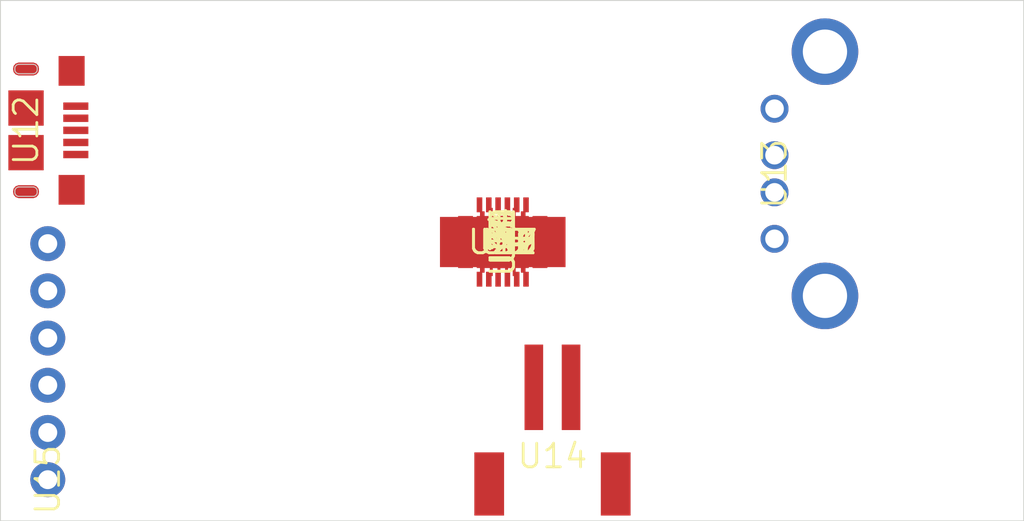
<source format=kicad_pcb>
 ( kicad_pcb  ( version 20171130 )
 ( host pcbnew "(5.1.4-0-10_14)" )
 ( general  ( thickness 1.6 )
 ( drawings 4 )
 ( tracks 0 )
 ( zones 0 )
 ( modules 34 )
 ( nets 39 )
)
 ( page A4 )
 ( layers  ( 0 Top signal )
 ( 31 Bottom signal )
 ( 32 B.Adhes user )
 ( 33 F.Adhes user )
 ( 34 B.Paste user )
 ( 35 F.Paste user )
 ( 36 B.SilkS user )
 ( 37 F.SilkS user )
 ( 38 B.Mask user )
 ( 39 F.Mask user )
 ( 40 Dwgs.User user )
 ( 41 Cmts.User user )
 ( 42 Eco1.User user )
 ( 43 Eco2.User user )
 ( 44 Edge.Cuts user )
 ( 45 Margin user )
 ( 46 B.CrtYd user )
 ( 47 F.CrtYd user )
 ( 48 B.Fab user )
 ( 49 F.Fab user )
)
 ( setup  ( last_trace_width 0.2 )
 ( trace_clearance 0.127 )
 ( zone_clearance 0.508 )
 ( zone_45_only no )
 ( trace_min 0.1524 )
 ( via_size 0.6 )
 ( via_drill 0.254 )
 ( via_min_size 0.4 )
 ( via_min_drill 0.254 )
 ( uvia_size 0.3 )
 ( uvia_drill 0.1 )
 ( uvias_allowed yes )
 ( uvia_min_size 0.2 )
 ( uvia_min_drill 0.1 )
 ( edge_width 0.05 )
 ( segment_width 0.2 )
 ( pcb_text_width 0.3 )
 ( pcb_text_size 1.5 1.5 )
 ( mod_edge_width 0.12 )
 ( mod_text_size 1 1 )
 ( mod_text_width 0.15 )
 ( pad_size 1.524 1.524 )
 ( pad_drill 0.762 )
 ( pad_to_mask_clearance 0.051 )
 ( solder_mask_min_width 0.25 )
 ( aux_axis_origin 0 0 )
 ( visible_elements 7FFFFFFF )
 ( pcbplotparams  ( layerselection 0x010fc_ffffffff )
 ( usegerberextensions false )
 ( usegerberattributes false )
 ( usegerberadvancedattributes false )
 ( creategerberjobfile false )
 ( excludeedgelayer true )
 ( linewidth 0.100000 )
 ( plotframeref false )
 ( viasonmask false )
 ( mode 1 )
 ( useauxorigin false )
 ( hpglpennumber 1 )
 ( hpglpenspeed 20 )
 ( hpglpendiameter 15.000000 )
 ( psnegative false )
 ( psa4output false )
 ( plotreference true )
 ( plotvalue true )
 ( plotinvisibletext false )
 ( padsonsilk false )
 ( subtractmaskfromsilk false )
 ( outputformat 1 )
 ( mirror false )
 ( drillshape 1 )
 ( scaleselection 1 )
 ( outputdirectory "" )
)
)
 ( net 0 "" )
 ( net 1 GND )
 ( net 2 3.3V )
 ( net 3 5V )
 ( net 4 "Net-(IC1-Pad24)" )
 ( net 5 "Net-(C4-Pad1)" )
 ( net 6 /REG )
 ( net 7 "Net-(C3-Pad2)" )
 ( net 8 "Net-(C3-Pad1)" )
 ( net 9 /VBAT_MAIN )
 ( net 10 /VBAT_CELL )
 ( net 11 "Net-(IC1-Pad12)" )
 ( net 12 "Net-(IC1-Pad11)" )
 ( net 13 "Net-(IC1-Pad10)" )
 ( net 14 "Net-(IC1-Pad9)" )
 ( net 15 /CHG_INT )
 ( net 16 /SDA )
 ( net 17 /SCL )
 ( net 18 "Net-(IC1-Pad4)" )
 ( net 19 "Net-(IC1-Pad3)" )
 ( net 20 "Net-(IC1-Pad2)" )
 ( net 21 "Net-(IC1-Pad1)" )
 ( net 22 /FUEL_INT )
 ( net 23 "Net-(IC2-Pad11)" )
 ( net 24 "Net-(IC2-Pad10)" )
 ( net 25 "Net-(IC2-Pad9)" )
 ( net 26 "Net-(IC2-Pad6)" )
 ( net 27 "Net-(C10-Pad1)" )
 ( net 28 "Net-(IC2-Pad4)" )
 ( net 29 "Net-(J1-PadID)" )
 ( net 30 "Net-(J2-Pad3)" )
 ( net 31 "Net-(J2-Pad2)" )
 ( net 32 "Net-(J3-PadNC2)" )
 ( net 33 "Net-(J3-PadNC1)" )
 ( net 34 "Net-(D2-PadC)" )
 ( net 35 "Net-(IC3-Pad8)" )
 ( net 36 "Net-(C7-Pad1)" )
 ( net 37 "Net-(IC3-Pad5)" )
 ( net 38 "Net-(IC3-Pad1)" )
 ( net_class Default "This is the default net class."  ( clearance 0.127 )
 ( trace_width 0.2 )
 ( via_dia 0.6 )
 ( via_drill 0.254 )
 ( uvia_dia 0.3 )
 ( uvia_drill 0.1 )
 ( add_net /CHG_INT )
 ( add_net /FUEL_INT )
 ( add_net /REG )
 ( add_net /SCL )
 ( add_net /SDA )
 ( add_net 3.3V )
 ( add_net GND )
 ( add_net "Net-(C10-Pad1)" )
 ( add_net "Net-(C3-Pad1)" )
 ( add_net "Net-(C3-Pad2)" )
 ( add_net "Net-(C4-Pad1)" )
 ( add_net "Net-(C7-Pad1)" )
 ( add_net "Net-(D2-PadC)" )
 ( add_net "Net-(IC1-Pad10)" )
 ( add_net "Net-(IC1-Pad11)" )
 ( add_net "Net-(IC1-Pad12)" )
 ( add_net "Net-(IC1-Pad2)" )
 ( add_net "Net-(IC1-Pad24)" )
 ( add_net "Net-(IC1-Pad3)" )
 ( add_net "Net-(IC1-Pad4)" )
 ( add_net "Net-(IC1-Pad9)" )
 ( add_net "Net-(IC2-Pad10)" )
 ( add_net "Net-(IC2-Pad11)" )
 ( add_net "Net-(IC2-Pad4)" )
 ( add_net "Net-(IC2-Pad9)" )
 ( add_net "Net-(IC3-Pad5)" )
 ( add_net "Net-(IC3-Pad8)" )
 ( add_net "Net-(J1-PadID)" )
 ( add_net "Net-(J2-Pad2)" )
 ( add_net "Net-(J2-Pad3)" )
 ( add_net "Net-(J3-PadNC1)" )
 ( add_net "Net-(J3-PadNC2)" )
)
 ( net_class Power ""  ( clearance 0.127 )
 ( trace_width 0.3048 )
 ( via_dia 0.6 )
 ( via_drill 0.254 )
 ( uvia_dia 0.3 )
 ( uvia_drill 0.1 )
 ( add_net /VBAT_CELL )
 ( add_net /VBAT_MAIN )
 ( add_net 5V )
 ( add_net "Net-(IC1-Pad1)" )
 ( add_net "Net-(IC2-Pad6)" )
 ( add_net "Net-(IC3-Pad1)" )
)
 ( module batteryCharger:JST-2-SMD locked  ( layer Top )
 ( tedit 5DCE038C )
 ( tstamp 5DC8CB2B )
 ( at 150.671200 114.247600 180.000000 )
 ( descr "<h3>JST-Right Angle Male Header SMT</h3>\n<p>Specifications:\n<ul><li>Pin count: 2</li>\n<li>Pin pitch: 2mm</li>\n</ul></p>\n<p><a href=”http://www.4uconnector.com/online/object/4udrawing/20404.pdf”>Datasheet referenced for footprint</a></p>\n<p>Example device(s):\n<ul><li>CONN_02</li>\n<li>JST_2MM_MALE</li>\n</ul></p>" )
 ( path /B665FDA9 )
 ( fp_text reference U14  ( at 0 -1.27 180 )
 ( layer F.SilkS )
 ( effects  ( font  ( size 1.27 1.27 )
 ( thickness 0.15 )
)
)
)
 ( fp_text value ""  ( at 0 -1.27 180 )
 ( layer F.SilkS )
 ( effects  ( font  ( size 1.27 1.27 )
 ( thickness 0.15 )
)
)
)
 ( fp_poly  ( pts  ( xy -4.5 -4.37 )
 ( xy 4.4 -4.37 )
 ( xy 4.4 3.33 )
 ( xy -4.5 3.33 )
)
 ( layer F.CrtYd )
 ( width 0.1 )
)
 ( pad NC2 smd rect  ( at 3.4 -2.77 270.000000 )
 ( size 3.4 1.6 )
 ( layers Top F.Mask F.Paste )
 ( net 32 "Net-(J3-PadNC2)" )
 ( solder_mask_margin 0.0635 )
)
 ( pad NC1 smd rect  ( at -3.4 -2.77 270.000000 )
 ( size 3.4 1.6 )
 ( layers Top F.Mask F.Paste )
 ( net 33 "Net-(J3-PadNC1)" )
 ( solder_mask_margin 0.0635 )
)
 ( pad 2 smd rect  ( at 1 2.43 180.000000 )
 ( size 1 4.6 )
 ( layers Top F.Mask F.Paste )
 ( net 26 "Net-(IC2-Pad6)" )
 ( solder_mask_margin 0.0635 )
)
 ( pad 1 smd rect  ( at -1 2.43 180.000000 )
 ( size 1 4.6 )
 ( layers Top F.Mask F.Paste )
 ( net 1 GND )
 ( solder_mask_margin 0.0635 )
)
)
 ( module batteryCharger:UE27AC54100 locked  ( layer Top )
 ( tedit 5DCE0580 )
 ( tstamp 5DC8CB18 )
 ( at 168.959200 100.328400 90.000000 )
 ( descr "<b>UE27AC54100</b><br>\n" )
 ( path /C3E76336 )
 ( fp_text reference U13  ( at 0 -6.35 90 )
 ( layer F.SilkS )
 ( effects  ( font  ( size 1.27 1.27 )
 ( thickness 0.15 )
)
)
)
 ( fp_text value ""  ( at 0 -6.35 90 )
 ( layer F.SilkS )
 ( effects  ( font  ( size 1.27 1.27 )
 ( thickness 0.15 )
)
)
)
 ( fp_poly  ( pts  ( xy -6.6 -7.25 )
 ( xy 6.6 -7.25 )
 ( xy 6.6 6.75 )
 ( xy -6.6 6.75 )
 ( xy -6.6 -7.15 )
)
 ( layer F.CrtYd )
 ( width 0.1 )
)
 ( pad 6 thru_hole circle  ( at 6.57 -3.64 90.000000 )
 ( size 3.58 3.58 )
 ( drill 2.38 )
 ( layers *.Cu *.Mask )
 ( net 1 GND )
 ( solder_mask_margin 0.0635 )
)
 ( pad 5 thru_hole circle  ( at -6.57 -3.64 90.000000 )
 ( size 3.58 3.58 )
 ( drill 2.38 )
 ( layers *.Cu *.Mask )
 ( net 1 GND )
 ( solder_mask_margin 0.0635 )
)
 ( pad 4 thru_hole circle  ( at 3.5 -6.35 90.000000 )
 ( size 1.5 1.5 )
 ( drill 1 )
 ( layers *.Cu *.Mask )
 ( net 1 GND )
 ( solder_mask_margin 0.0635 )
)
 ( pad 3 thru_hole circle  ( at 1 -6.35 90.000000 )
 ( size 1.5 1.5 )
 ( drill 1 )
 ( layers *.Cu *.Mask )
 ( net 30 "Net-(J2-Pad3)" )
 ( solder_mask_margin 0.0635 )
)
 ( pad 2 thru_hole circle  ( at -1 -6.35 90.000000 )
 ( size 1.5 1.5 )
 ( drill 1 )
 ( layers *.Cu *.Mask )
 ( net 31 "Net-(J2-Pad2)" )
 ( solder_mask_margin 0.0635 )
)
 ( pad 1 thru_hole circle  ( at -3.5 -6.35 90.000000 )
 ( size 1.5 1.5 )
 ( drill 1 )
 ( layers *.Cu *.Mask )
 ( net 3 5V )
 ( solder_mask_margin 0.0635 )
)
)
 ( module batteryCharger:1X06 locked  ( layer Top )
 ( tedit 5DCDF9C7 )
 ( tstamp 5DC8CB3B )
 ( at 123.544000 110.437600 90.000000 )
 ( descr "<h3>Plated Through Hole - 6 Pin</h3>\n<p>Specifications:\n<ul><li>Pin count:6</li>\n<li>Pin pitch:0.1\"</li>\n</ul></p>\n<p>Example device(s):\n<ul><li>CONN_06</li>\n</ul></p>" )
 ( path /FA7CA15B )
 ( fp_text reference U15  ( at -6.35 0 90 )
 ( layer F.SilkS )
 ( effects  ( font  ( size 1.27 1.27 )
 ( thickness 0.15 )
)
)
)
 ( fp_text value ""  ( at -6.35 0 90 )
 ( layer F.SilkS )
 ( effects  ( font  ( size 1.27 1.27 )
 ( thickness 0.15 )
)
)
)
 ( fp_poly  ( pts  ( xy -7.35 -1 )
 ( xy 7.4 -1 )
 ( xy 7.4 1 )
 ( xy -7.35 1 )
)
 ( layer F.CrtYd )
 ( width 0.1 )
)
 ( fp_poly  ( pts  ( xy -7.35 -1 )
 ( xy 7.4 -1 )
 ( xy 7.4 1 )
 ( xy -7.35 1 )
)
 ( layer B.CrtYd )
 ( width 0.1 )
)
 ( pad 6 thru_hole circle  ( at 6.35 0 180.000000 )
 ( size 1.8796 1.8796 )
 ( drill 1.016 )
 ( layers *.Cu *.Mask )
 ( net 1 GND )
 ( solder_mask_margin 0.0635 )
)
 ( pad 5 thru_hole circle  ( at 3.81 0 180.000000 )
 ( size 1.8796 1.8796 )
 ( drill 1.016 )
 ( layers *.Cu *.Mask )
 ( net 2 3.3V )
 ( solder_mask_margin 0.0635 )
)
 ( pad 4 thru_hole circle  ( at 1.27 0 180.000000 )
 ( size 1.8796 1.8796 )
 ( drill 1.016 )
 ( layers *.Cu *.Mask )
 ( net 17 /SCL )
 ( solder_mask_margin 0.0635 )
)
 ( pad 3 thru_hole circle  ( at -1.27 0 180.000000 )
 ( size 1.8796 1.8796 )
 ( drill 1.016 )
 ( layers *.Cu *.Mask )
 ( net 16 /SDA )
 ( solder_mask_margin 0.0635 )
)
 ( pad 2 thru_hole circle  ( at -3.81 0 180.000000 )
 ( size 1.8796 1.8796 )
 ( drill 1.016 )
 ( layers *.Cu *.Mask )
 ( net 15 /CHG_INT )
 ( solder_mask_margin 0.0635 )
)
 ( pad 1 thru_hole circle  ( at -6.35 0 180.000000 )
 ( size 1.8796 1.8796 )
 ( drill 1.016 )
 ( layers *.Cu *.Mask )
 ( net 22 /FUEL_INT )
 ( solder_mask_margin 0.0635 )
)
)
 ( module batteryCharger:10118193-0001LF locked  ( layer Top )
 ( tedit 5DCDFC4E )
 ( tstamp 5DC8CAF9 )
 ( at 123.645600 97.991600 270.000000 )
 ( path /449C7C68 )
 ( fp_text reference U12  ( at 0 1.27 270 )
 ( layer F.SilkS )
 ( effects  ( font  ( size 1.27 1.27 )
 ( thickness 0.15 )
)
)
)
 ( fp_text value ""  ( at 0 1.27 270 )
 ( layer F.SilkS )
 ( effects  ( font  ( size 1.27 1.27 )
 ( thickness 0.15 )
)
)
)
 ( fp_poly  ( pts  ( xy -4.25 -2.23 )
 ( xy 4.25 -2.23 )
 ( xy 4.25 2.27 )
 ( xy -4.25 2.27 )
)
 ( layer F.CrtYd )
 ( width 0.1 )
)
 ( fp_poly  ( pts  ( xy 2.9 0.87 )
 ( xy 2.9 1.72 )
 ( xy 2.945776 1.850133 )
 ( xy 3.037868 1.952843 )
 ( xy 3.3 2.02 )
 ( xy 3.445409 2.001022 )
 ( xy 3.572487 1.927843 )
 ( xy 3.7 1.67 )
 ( xy 3.7 0.82 )
 ( xy 3.654224 0.689867 )
 ( xy 3.562132 0.587157 )
 ( xy 3.3 0.52 )
 ( xy 3.154591 0.538978 )
 ( xy 3.027513 0.612157 )
)
 ( layer F.Mask )
 ( width 0 )
)
 ( fp_poly  ( pts  ( xy -3.7 0.82 )
 ( xy -3.7 1.67 )
 ( xy -3.661888 1.811603 )
 ( xy -3.572487 1.927843 )
 ( xy -3.3 2.02 )
 ( xy -3.162255 2.012492 )
 ( xy -3.037868 1.952843 )
 ( xy -2.945776 1.850133 )
 ( xy -2.9 1.72 )
 ( xy -2.9 0.87 )
 ( xy -2.938112 0.728397 )
 ( xy -3.027513 0.612157 )
 ( xy -3.3 0.52 )
 ( xy -3.437745 0.527508 )
 ( xy -3.562132 0.587157 )
)
 ( layer F.Mask )
 ( width 0 )
)
 ( fp_poly  ( pts  ( xy 2.95 0.87 )
 ( xy 2.95 1.67 )
 ( xy 3.006042 1.829151 )
 ( xy 3.134151 1.938958 )
 ( xy 3.3 1.97 )
 ( xy 3.465849 1.938958 )
 ( xy 3.593958 1.829151 )
 ( xy 3.65 1.67 )
 ( xy 3.65 0.87 )
 ( xy 3.593958 0.710849 )
 ( xy 3.465849 0.601042 )
 ( xy 3.3 0.57 )
 ( xy 3.134151 0.601042 )
 ( xy 3.006042 0.710849 )
)
 ( layer F.Paste )
 ( width 0 )
)
 ( fp_poly  ( pts  ( xy -3.65 0.87 )
 ( xy -3.65 1.67 )
 ( xy -3.593958 1.829151 )
 ( xy -3.465849 1.938958 )
 ( xy -3.3 1.97 )
 ( xy -3.134151 1.938958 )
 ( xy -3.006042 1.829151 )
 ( xy -2.95 1.67 )
 ( xy -2.95 0.87 )
 ( xy -3.006042 0.710849 )
 ( xy -3.134151 0.601042 )
 ( xy -3.3 0.57 )
 ( xy -3.465849 0.601042 )
 ( xy -3.593958 0.710849 )
)
 ( layer F.Paste )
 ( width 0 )
)
 ( fp_arc  ( start 3.275 0.895 )
 ( end 3.05 0.87 )
 ( angle 90 )
 ( layer Edge.Cuts )
 ( width 0.05 )
)
 ( fp_line  ( start 3.05 1.67 )
 ( end 3.05 0.87 )
 ( layer Edge.Cuts )
 ( width 0.05 )
)
 ( fp_arc  ( start 3.275 1.645 )
 ( end 3.3 1.87 )
 ( angle 90 )
 ( layer Edge.Cuts )
 ( width 0.05 )
)
 ( fp_arc  ( start 3.325 1.645 )
 ( end 3.55 1.67 )
 ( angle 90 )
 ( layer Edge.Cuts )
 ( width 0.05 )
)
 ( fp_line  ( start 3.55 0.87 )
 ( end 3.55 1.67 )
 ( layer Edge.Cuts )
 ( width 0.05 )
)
 ( fp_arc  ( start 3.325 0.895 )
 ( end 3.3 0.67 )
 ( angle 90 )
 ( layer Edge.Cuts )
 ( width 0.05 )
)
 ( fp_poly  ( pts  ( xy 2.95 0.87 )
 ( xy 2.95 1.67 )
 ( xy 3.006042 1.829151 )
 ( xy 3.134151 1.938958 )
 ( xy 3.3 1.97 )
 ( xy 3.465849 1.938958 )
 ( xy 3.593958 1.829151 )
 ( xy 3.65 1.67 )
 ( xy 3.65 0.87 )
 ( xy 3.593958 0.710849 )
 ( xy 3.465849 0.601042 )
 ( xy 3.3 0.57 )
 ( xy 3.134151 0.601042 )
 ( xy 3.006042 0.710849 )
)
 ( layer Top )
 ( width 0 )
)
 ( fp_arc  ( start -3.325 0.895 )
 ( end -3.55 0.87 )
 ( angle 90 )
 ( layer Edge.Cuts )
 ( width 0.05 )
)
 ( fp_line  ( start -3.55 1.67 )
 ( end -3.55 0.87 )
 ( layer Edge.Cuts )
 ( width 0.05 )
)
 ( fp_arc  ( start -3.325 1.645 )
 ( end -3.3 1.87 )
 ( angle 90 )
 ( layer Edge.Cuts )
 ( width 0.05 )
)
 ( fp_arc  ( start -3.275 1.645 )
 ( end -3.05 1.67 )
 ( angle 90 )
 ( layer Edge.Cuts )
 ( width 0.05 )
)
 ( fp_line  ( start -3.05 0.87 )
 ( end -3.05 1.67 )
 ( layer Edge.Cuts )
 ( width 0.05 )
)
 ( fp_arc  ( start -3.275 0.895 )
 ( end -3.3 0.67 )
 ( angle 90 )
 ( layer Edge.Cuts )
 ( width 0.05 )
)
 ( fp_poly  ( pts  ( xy -3.65 0.87 )
 ( xy -3.65 1.67 )
 ( xy -3.593958 1.829151 )
 ( xy -3.465849 1.938958 )
 ( xy -3.3 1.97 )
 ( xy -3.134151 1.938958 )
 ( xy -3.006042 1.829151 )
 ( xy -2.95 1.67 )
 ( xy -2.95 0.87 )
 ( xy -3.006042 0.710849 )
 ( xy -3.134151 0.601042 )
 ( xy -3.3 0.57 )
 ( xy -3.465849 0.601042 )
 ( xy -3.593958 0.710849 )
)
 ( layer Top )
 ( width 0 )
)
 ( pad SHIELD$4 smd rect  ( at 1.2 1.27 270.000000 )
 ( size 1.9 1.9 )
 ( layers Top F.Mask F.Paste )
 ( net 1 GND )
 ( solder_mask_margin 0.0635 )
)
 ( pad SHIELD$3 smd rect  ( at -1.2 1.27 270.000000 )
 ( size 1.9 1.9 )
 ( layers Top F.Mask F.Paste )
 ( net 1 GND )
 ( solder_mask_margin 0.0635 )
)
 ( pad GND smd rect  ( at 1.3 -1.405 270.000000 )
 ( size 0.4 1.35 )
 ( layers Top F.Mask F.Paste )
 ( net 1 GND )
 ( solder_mask_margin 0.0635 )
)
 ( pad VCC smd rect  ( at -1.3 -1.405 270.000000 )
 ( size 0.4 1.35 )
 ( layers Top F.Mask F.Paste )
 ( net 21 "Net-(IC1-Pad1)" )
 ( solder_mask_margin 0.0635 )
)
 ( pad D- smd rect  ( at -0.65 -1.405 270.000000 )
 ( size 0.4 1.35 )
 ( layers Top F.Mask F.Paste )
 ( net 19 "Net-(IC1-Pad3)" )
 ( solder_mask_margin 0.0635 )
)
 ( pad ID smd rect  ( at 0.65 -1.405 270.000000 )
 ( size 0.4 1.35 )
 ( layers Top F.Mask F.Paste )
 ( net 29 "Net-(J1-PadID)" )
 ( solder_mask_margin 0.0635 )
)
 ( pad D+ smd rect  ( at 0 -1.405 270.000000 )
 ( size 0.4 1.35 )
 ( layers Top F.Mask F.Paste )
 ( net 20 "Net-(IC1-Pad2)" )
 ( solder_mask_margin 0.0635 )
)
 ( pad SHIELD$2 smd rect  ( at 3.2 -1.18 270.000000 )
 ( size 1.6 1.4 )
 ( layers Top F.Mask F.Paste )
 ( net 1 GND )
 ( solder_mask_margin 0.0635 )
)
 ( pad SHIELD$1 smd rect  ( at -3.2 -1.18 270.000000 )
 ( size 1.6 1.4 )
 ( layers Top F.Mask F.Paste )
 ( net 1 GND )
 ( solder_mask_margin 0.0635 )
)
)
 ( module batteryCharger:0603  ( layer Top )
 ( tedit 5DCDFB95 )
 ( tstamp 5DC8CC28 )
 ( at 148.000000 104.000000 90.000000 )
 ( descr "<p><b>Generic 1608 (0603) package</b></p>\n<p>0.2mm courtyard excess rounded to nearest 0.05mm.</p>" )
 ( path /831A5F64 )
 ( fp_text reference U1  ( at 0 0 90 )
 ( layer F.SilkS )
 ( effects  ( font  ( size 1.27 1.27 )
 ( thickness 0.15 )
)
)
)
 ( fp_text value ""  ( at 0 0 90 )
 ( layer F.SilkS )
 ( effects  ( font  ( size 1.27 1.27 )
 ( thickness 0.15 )
)
)
)
 ( fp_poly  ( pts  ( xy -1.6 -0.7 )
 ( xy 1.6 -0.7 )
 ( xy 1.6 0.7 )
 ( xy -1.6 0.7 )
)
 ( layer F.CrtYd )
 ( width 0.1 )
)
 ( pad 2 smd rect  ( at 0.85 0 90.000000 )
 ( size 1.1 1 )
 ( layers Top F.Mask F.Paste )
 ( net 1 GND )
 ( solder_mask_margin 0.0635 )
)
 ( pad 1 smd rect  ( at -0.85 0 90.000000 )
 ( size 1.1 1 )
 ( layers Top F.Mask F.Paste )
 ( net 5 "Net-(C4-Pad1)" )
 ( solder_mask_margin 0.0635 )
)
)
 ( module batteryCharger:0603  ( layer Top )
 ( tedit 5DCDFB95 )
 ( tstamp 5DC8CA29 )
 ( at 148.000000 104.000000 90.000000 )
 ( descr "<p><b>Generic 1608 (0603) package</b></p>\n<p>0.2mm courtyard excess rounded to nearest 0.05mm.</p>" )
 ( path /2CB5EB77 )
 ( fp_text reference U2  ( at 0 0 90 )
 ( layer F.SilkS )
 ( effects  ( font  ( size 1.27 1.27 )
 ( thickness 0.15 )
)
)
)
 ( fp_text value ""  ( at 0 0 90 )
 ( layer F.SilkS )
 ( effects  ( font  ( size 1.27 1.27 )
 ( thickness 0.15 )
)
)
)
 ( fp_poly  ( pts  ( xy -1.6 -0.7 )
 ( xy 1.6 -0.7 )
 ( xy 1.6 0.7 )
 ( xy -1.6 0.7 )
)
 ( layer F.CrtYd )
 ( width 0.1 )
)
 ( pad 2 smd rect  ( at 0.85 0 90.000000 )
 ( size 1.1 1 )
 ( layers Top F.Mask F.Paste )
 ( net 1 GND )
 ( solder_mask_margin 0.0635 )
)
 ( pad 1 smd rect  ( at -0.85 0 90.000000 )
 ( size 1.1 1 )
 ( layers Top F.Mask F.Paste )
 ( net 3 5V )
 ( solder_mask_margin 0.0635 )
)
)
 ( module batteryCharger:0603  ( layer Top )
 ( tedit 5DCDFB95 )
 ( tstamp 5DC8CA37 )
 ( at 148.000000 104.000000 270.000000 )
 ( descr "<p><b>Generic 1608 (0603) package</b></p>\n<p>0.2mm courtyard excess rounded to nearest 0.05mm.</p>" )
 ( path /483159C7 )
 ( fp_text reference U3  ( at 0 0 270 )
 ( layer F.SilkS )
 ( effects  ( font  ( size 1.27 1.27 )
 ( thickness 0.15 )
)
)
)
 ( fp_text value ""  ( at 0 0 270 )
 ( layer F.SilkS )
 ( effects  ( font  ( size 1.27 1.27 )
 ( thickness 0.15 )
)
)
)
 ( fp_poly  ( pts  ( xy -1.6 -0.7 )
 ( xy 1.6 -0.7 )
 ( xy 1.6 0.7 )
 ( xy -1.6 0.7 )
)
 ( layer F.CrtYd )
 ( width 0.1 )
)
 ( pad 2 smd rect  ( at 0.85 0 270.000000 )
 ( size 1.1 1 )
 ( layers Top F.Mask F.Paste )
 ( net 1 GND )
 ( solder_mask_margin 0.0635 )
)
 ( pad 1 smd rect  ( at -0.85 0 270.000000 )
 ( size 1.1 1 )
 ( layers Top F.Mask F.Paste )
 ( net 9 /VBAT_MAIN )
 ( solder_mask_margin 0.0635 )
)
)
 ( module batteryCharger:0603  ( layer Top )
 ( tedit 5DCDFB95 )
 ( tstamp 5DC8CA45 )
 ( at 148.000000 104.000000 180.000000 )
 ( descr "<p><b>Generic 1608 (0603) package</b></p>\n<p>0.2mm courtyard excess rounded to nearest 0.05mm.</p>" )
 ( path /24FC589D )
 ( fp_text reference U4  ( at 0 0 180 )
 ( layer F.SilkS )
 ( effects  ( font  ( size 1.27 1.27 )
 ( thickness 0.15 )
)
)
)
 ( fp_text value ""  ( at 0 0 180 )
 ( layer F.SilkS )
 ( effects  ( font  ( size 1.27 1.27 )
 ( thickness 0.15 )
)
)
)
 ( fp_poly  ( pts  ( xy -1.6 -0.7 )
 ( xy 1.6 -0.7 )
 ( xy 1.6 0.7 )
 ( xy -1.6 0.7 )
)
 ( layer F.CrtYd )
 ( width 0.1 )
)
 ( pad 2 smd rect  ( at 0.85 0 180.000000 )
 ( size 1.1 1 )
 ( layers Top F.Mask F.Paste )
 ( net 7 "Net-(C3-Pad2)" )
 ( solder_mask_margin 0.0635 )
)
 ( pad 1 smd rect  ( at -0.85 0 180.000000 )
 ( size 1.1 1 )
 ( layers Top F.Mask F.Paste )
 ( net 8 "Net-(C3-Pad1)" )
 ( solder_mask_margin 0.0635 )
)
)
 ( module batteryCharger:0603  ( layer Top )
 ( tedit 5DCDFB95 )
 ( tstamp 5DC8CA53 )
 ( at 148.000000 104.000000 90.000000 )
 ( descr "<p><b>Generic 1608 (0603) package</b></p>\n<p>0.2mm courtyard excess rounded to nearest 0.05mm.</p>" )
 ( path /DAF477DA )
 ( fp_text reference U5  ( at 0 0 90 )
 ( layer F.SilkS )
 ( effects  ( font  ( size 1.27 1.27 )
 ( thickness 0.15 )
)
)
)
 ( fp_text value ""  ( at 0 0 90 )
 ( layer F.SilkS )
 ( effects  ( font  ( size 1.27 1.27 )
 ( thickness 0.15 )
)
)
)
 ( fp_poly  ( pts  ( xy -1.6 -0.7 )
 ( xy 1.6 -0.7 )
 ( xy 1.6 0.7 )
 ( xy -1.6 0.7 )
)
 ( layer F.CrtYd )
 ( width 0.1 )
)
 ( pad 2 smd rect  ( at 0.85 0 90.000000 )
 ( size 1.1 1 )
 ( layers Top F.Mask F.Paste )
 ( net 1 GND )
 ( solder_mask_margin 0.0635 )
)
 ( pad 1 smd rect  ( at -0.85 0 90.000000 )
 ( size 1.1 1 )
 ( layers Top F.Mask F.Paste )
 ( net 6 /REG )
 ( solder_mask_margin 0.0635 )
)
)
 ( module batteryCharger:0603  ( layer Top )
 ( tedit 5DCDFB95 )
 ( tstamp 5DC8CA61 )
 ( at 148.000000 104.000000 )
 ( descr "<p><b>Generic 1608 (0603) package</b></p>\n<p>0.2mm courtyard excess rounded to nearest 0.05mm.</p>" )
 ( path /2435BEF6 )
 ( fp_text reference U6  ( at 0 0 )
 ( layer F.SilkS )
 ( effects  ( font  ( size 1.27 1.27 )
 ( thickness 0.15 )
)
)
)
 ( fp_text value ""  ( at 0 0 )
 ( layer F.SilkS )
 ( effects  ( font  ( size 1.27 1.27 )
 ( thickness 0.15 )
)
)
)
 ( fp_poly  ( pts  ( xy -1.6 -0.7 )
 ( xy 1.6 -0.7 )
 ( xy 1.6 0.7 )
 ( xy -1.6 0.7 )
)
 ( layer F.CrtYd )
 ( width 0.1 )
)
 ( pad 2 smd rect  ( at 0.85 0 )
 ( size 1.1 1 )
 ( layers Top F.Mask F.Paste )
 ( net 1 GND )
 ( solder_mask_margin 0.0635 )
)
 ( pad 1 smd rect  ( at -0.85 0 )
 ( size 1.1 1 )
 ( layers Top F.Mask F.Paste )
 ( net 36 "Net-(C7-Pad1)" )
 ( solder_mask_margin 0.0635 )
)
)
 ( module batteryCharger:0603  ( layer Top )
 ( tedit 5DCDFB95 )
 ( tstamp 5DC8CA6F )
 ( at 148.000000 104.000000 270.000000 )
 ( descr "<p><b>Generic 1608 (0603) package</b></p>\n<p>0.2mm courtyard excess rounded to nearest 0.05mm.</p>" )
 ( path /EC6A4D83 )
 ( fp_text reference U7  ( at 0 0 270 )
 ( layer F.SilkS )
 ( effects  ( font  ( size 1.27 1.27 )
 ( thickness 0.15 )
)
)
)
 ( fp_text value ""  ( at 0 0 270 )
 ( layer F.SilkS )
 ( effects  ( font  ( size 1.27 1.27 )
 ( thickness 0.15 )
)
)
)
 ( fp_poly  ( pts  ( xy -1.6 -0.7 )
 ( xy 1.6 -0.7 )
 ( xy 1.6 0.7 )
 ( xy -1.6 0.7 )
)
 ( layer F.CrtYd )
 ( width 0.1 )
)
 ( pad 2 smd rect  ( at 0.85 0 270.000000 )
 ( size 1.1 1 )
 ( layers Top F.Mask F.Paste )
 ( net 1 GND )
 ( solder_mask_margin 0.0635 )
)
 ( pad 1 smd rect  ( at -0.85 0 270.000000 )
 ( size 1.1 1 )
 ( layers Top F.Mask F.Paste )
 ( net 10 /VBAT_CELL )
 ( solder_mask_margin 0.0635 )
)
)
 ( module batteryCharger:LED-0603  ( layer Top )
 ( tedit 5DCE041B )
 ( tstamp 5DC8CA7D )
 ( at 148.000000 104.000000 90.000000 )
 ( descr "<B>LED 0603 SMT</B><p>\n0603, surface mount.\n<p>Specifications:\n<ul><li>Pin count: 2</li>\n<li>Pin pitch:0.075inch </li>\n<li>Area: 0.06\" x 0.03\"</li>\n</ul></p>\n<p>Example device(s):\n<ul><li>LED - BLUE</li>" )
 ( path /8583A422 )
 ( fp_text reference U8  ( at 0 0 90 )
 ( layer F.SilkS )
 ( effects  ( font  ( size 1.27 1.27 )
 ( thickness 0.15 )
)
)
)
 ( fp_text value ""  ( at 0 0 90 )
 ( layer F.SilkS )
 ( effects  ( font  ( size 1.27 1.27 )
 ( thickness 0.15 )
)
)
)
 ( fp_poly  ( pts  ( xy -1.5 -0.6 )
 ( xy 1.5 -0.6 )
 ( xy 1.5 0.6 )
 ( xy -1.5 0.6 )
)
 ( layer F.CrtYd )
 ( width 0.1 )
)
 ( pad A smd roundrect  ( at -0.877 0 )
 ( size 1 1 )
 ( layers Top F.Mask F.Paste )
 ( roundrect_rratio 0.15 )
 ( net 9 /VBAT_MAIN )
 ( solder_mask_margin 0.0635 )
)
 ( pad C smd roundrect  ( at 0.877 0 )
 ( size 1 1 )
 ( layers Top F.Mask F.Paste )
 ( roundrect_rratio 0.15 )
 ( net 34 "Net-(D2-PadC)" )
 ( solder_mask_margin 0.0635 )
)
)
 ( module batteryCharger:QFN50P400X400X100-25N  ( layer Top )
 ( tedit 5DCE0483 )
 ( tstamp 5DC8CA87 )
 ( at 148.000000 104.000000 )
 ( descr "<b>RGE (S-PVQFN-N24)_2</b><br>\n" )
 ( path /22F7723E )
 ( fp_text reference U9  ( at 0 0 )
 ( layer F.SilkS )
 ( effects  ( font  ( size 1.27 1.27 )
 ( thickness 0.15 )
)
)
)
 ( fp_text value ""  ( at 0 0 )
 ( layer F.SilkS )
 ( effects  ( font  ( size 1.27 1.27 )
 ( thickness 0.15 )
)
)
)
 ( fp_poly  ( pts  ( xy -2.6 -2.5 )
 ( xy 2.6 -2.5 )
 ( xy 2.6 2.5 )
 ( xy -2.6 2.5 )
)
 ( layer F.CrtYd )
 ( width 0.1 )
)
 ( pad 25 smd rect  ( at 0 0 90.000000 )
 ( size 2.8 2.8 )
 ( layers Top F.Mask F.Paste )
 ( net 1 GND )
 ( solder_mask_margin 0.0635 )
)
 ( pad 24 smd rect  ( at -1.25 -2 90.000000 )
 ( size 0.8 0.3 )
 ( layers Top F.Mask F.Paste )
 ( net 4 "Net-(IC1-Pad24)" )
 ( solder_mask_margin 0.0635 )
)
 ( pad 23 smd rect  ( at -0.75 -2 90.000000 )
 ( size 0.8 0.3 )
 ( layers Top F.Mask F.Paste )
 ( net 5 "Net-(C4-Pad1)" )
 ( solder_mask_margin 0.0635 )
)
 ( pad 22 smd rect  ( at -0.25 -2 90.000000 )
 ( size 0.8 0.3 )
 ( layers Top F.Mask F.Paste )
 ( net 6 /REG )
 ( solder_mask_margin 0.0635 )
)
 ( pad 21 smd rect  ( at 0.25 -2 90.000000 )
 ( size 0.8 0.3 )
 ( layers Top F.Mask F.Paste )
 ( net 7 "Net-(C3-Pad2)" )
 ( solder_mask_margin 0.0635 )
)
 ( pad 20 smd rect  ( at 0.75 -2 90.000000 )
 ( size 0.8 0.3 )
 ( layers Top F.Mask F.Paste )
 ( net 8 "Net-(C3-Pad1)" )
 ( solder_mask_margin 0.0635 )
)
 ( pad 19 smd rect  ( at 1.25 -2 90.000000 )
 ( size 0.8 0.3 )
 ( layers Top F.Mask F.Paste )
 ( net 8 "Net-(C3-Pad1)" )
 ( solder_mask_margin 0.0635 )
)
 ( pad 18 smd rect  ( at 2 -1.25 )
 ( size 0.8 0.3 )
 ( layers Top F.Mask F.Paste )
 ( net 1 GND )
 ( solder_mask_margin 0.0635 )
)
 ( pad 17 smd rect  ( at 2 -0.75 )
 ( size 0.8 0.3 )
 ( layers Top F.Mask F.Paste )
 ( net 1 GND )
 ( solder_mask_margin 0.0635 )
)
 ( pad 16 smd rect  ( at 2 -0.25 )
 ( size 0.8 0.3 )
 ( layers Top F.Mask F.Paste )
 ( net 9 /VBAT_MAIN )
 ( solder_mask_margin 0.0635 )
)
 ( pad 15 smd rect  ( at 2 0.25 )
 ( size 0.8 0.3 )
 ( layers Top F.Mask F.Paste )
 ( net 9 /VBAT_MAIN )
 ( solder_mask_margin 0.0635 )
)
 ( pad 14 smd rect  ( at 2 0.75 )
 ( size 0.8 0.3 )
 ( layers Top F.Mask F.Paste )
 ( net 10 /VBAT_CELL )
 ( solder_mask_margin 0.0635 )
)
 ( pad 13 smd rect  ( at 2 1.25 )
 ( size 0.8 0.3 )
 ( layers Top F.Mask F.Paste )
 ( net 10 /VBAT_CELL )
 ( solder_mask_margin 0.0635 )
)
 ( pad 12 smd rect  ( at 1.25 2 90.000000 )
 ( size 0.8 0.3 )
 ( layers Top F.Mask F.Paste )
 ( net 11 "Net-(IC1-Pad12)" )
 ( solder_mask_margin 0.0635 )
)
 ( pad 11 smd rect  ( at 0.75 2 90.000000 )
 ( size 0.8 0.3 )
 ( layers Top F.Mask F.Paste )
 ( net 12 "Net-(IC1-Pad11)" )
 ( solder_mask_margin 0.0635 )
)
 ( pad 10 smd rect  ( at 0.25 2 90.000000 )
 ( size 0.8 0.3 )
 ( layers Top F.Mask F.Paste )
 ( net 13 "Net-(IC1-Pad10)" )
 ( solder_mask_margin 0.0635 )
)
 ( pad 9 smd rect  ( at -0.25 2 90.000000 )
 ( size 0.8 0.3 )
 ( layers Top F.Mask F.Paste )
 ( net 14 "Net-(IC1-Pad9)" )
 ( solder_mask_margin 0.0635 )
)
 ( pad 8 smd rect  ( at -0.75 2 90.000000 )
 ( size 0.8 0.3 )
 ( layers Top F.Mask F.Paste )
 ( net 9 /VBAT_MAIN )
 ( solder_mask_margin 0.0635 )
)
 ( pad 7 smd rect  ( at -1.25 2 90.000000 )
 ( size 0.8 0.3 )
 ( layers Top F.Mask F.Paste )
 ( net 15 /CHG_INT )
 ( solder_mask_margin 0.0635 )
)
 ( pad 6 smd rect  ( at -2 1.25 )
 ( size 0.8 0.3 )
 ( layers Top F.Mask F.Paste )
 ( net 16 /SDA )
 ( solder_mask_margin 0.0635 )
)
 ( pad 5 smd rect  ( at -2 0.75 )
 ( size 0.8 0.3 )
 ( layers Top F.Mask F.Paste )
 ( net 17 /SCL )
 ( solder_mask_margin 0.0635 )
)
 ( pad 4 smd rect  ( at -2 0.25 )
 ( size 0.8 0.3 )
 ( layers Top F.Mask F.Paste )
 ( net 18 "Net-(IC1-Pad4)" )
 ( solder_mask_margin 0.0635 )
)
 ( pad 3 smd rect  ( at -2 -0.25 )
 ( size 0.8 0.3 )
 ( layers Top F.Mask F.Paste )
 ( net 19 "Net-(IC1-Pad3)" )
 ( solder_mask_margin 0.0635 )
)
 ( pad 2 smd rect  ( at -2 -0.75 )
 ( size 0.8 0.3 )
 ( layers Top F.Mask F.Paste )
 ( net 20 "Net-(IC1-Pad2)" )
 ( solder_mask_margin 0.0635 )
)
 ( pad 1 smd rect  ( at -2 -1.25 )
 ( size 0.8 0.3 )
 ( layers Top F.Mask F.Paste )
 ( net 21 "Net-(IC1-Pad1)" )
 ( solder_mask_margin 0.0635 )
)
)
 ( module batteryCharger:BQ27441DRZRG1A  ( layer Top )
 ( tedit 5DCDFC87 )
 ( tstamp 5DC8CAAD )
 ( at 148.000000 104.000000 270.000000 )
 ( descr "<b>DRZ (S-PDSO-N12)</b><br>\n" )
 ( path /BC34DC86 )
 ( fp_text reference U10  ( at 0 0 270 )
 ( layer F.SilkS )
 ( effects  ( font  ( size 1.27 1.27 )
 ( thickness 0.15 )
)
)
)
 ( fp_text value ""  ( at 0 0 270 )
 ( layer F.SilkS )
 ( effects  ( font  ( size 1.27 1.27 )
 ( thickness 0.15 )
)
)
)
 ( fp_poly  ( pts  ( xy -1.75 -2.5 )
 ( xy 1.75 -2.5 )
 ( xy 1.75 2.5 )
 ( xy -1.75 2.5 )
)
 ( layer F.CrtYd )
 ( width 0.1 )
)
 ( pad 15 smd rect  ( at 0 1.1 270.000000 )
 ( size 3.3 0.25 )
 ( layers Top F.Mask F.Paste )
 ( solder_mask_margin 0.0635 )
)
 ( pad 14 smd rect  ( at 0 -1.1 270.000000 )
 ( size 3.3 0.25 )
 ( layers Top F.Mask F.Paste )
 ( solder_mask_margin 0.0635 )
)
 ( pad 13 smd custom  ( at 0 0 )
 ( size 1.397 1.9304 )
 ( layers Top F.Mask F.Paste )
 ( net 1 GND )
 ( solder_mask_margin 0.0635 )
 ( zone_connect 0 )
 ( options  ( clearance outline )
 ( anchor rect )
)
 )
 ( pad 12 smd rect  ( at -1 -1.975 )
 ( size 0.85 0.2 )
 ( layers Top F.Mask F.Paste )
 ( net 22 /FUEL_INT )
 ( solder_mask_margin 0.0635 )
)
 ( pad 11 smd rect  ( at -0.6 -1.975 )
 ( size 0.85 0.2 )
 ( layers Top F.Mask F.Paste )
 ( net 23 "Net-(IC2-Pad11)" )
 ( solder_mask_margin 0.0635 )
)
 ( pad 10 smd rect  ( at -0.2 -1.975 )
 ( size 0.85 0.2 )
 ( layers Top F.Mask F.Paste )
 ( net 24 "Net-(IC2-Pad10)" )
 ( solder_mask_margin 0.0635 )
)
 ( pad 9 smd rect  ( at 0.2 -1.975 )
 ( size 0.85 0.2 )
 ( layers Top F.Mask F.Paste )
 ( net 25 "Net-(IC2-Pad9)" )
 ( solder_mask_margin 0.0635 )
)
 ( pad 8 smd rect  ( at 0.6 -1.975 )
 ( size 0.85 0.2 )
 ( layers Top F.Mask F.Paste )
 ( net 26 "Net-(IC2-Pad6)" )
 ( solder_mask_margin 0.0635 )
)
 ( pad 7 smd rect  ( at 1 -1.975 )
 ( size 0.85 0.2 )
 ( layers Top F.Mask F.Paste )
 ( net 10 /VBAT_CELL )
 ( solder_mask_margin 0.0635 )
)
 ( pad 6 smd rect  ( at 1 1.975 )
 ( size 0.85 0.2 )
 ( layers Top F.Mask F.Paste )
 ( net 26 "Net-(IC2-Pad6)" )
 ( solder_mask_margin 0.0635 )
)
 ( pad 5 smd rect  ( at 0.6 1.975 )
 ( size 0.85 0.2 )
 ( layers Top F.Mask F.Paste )
 ( net 27 "Net-(C10-Pad1)" )
 ( solder_mask_margin 0.0635 )
)
 ( pad 4 smd rect  ( at 0.2 1.975 )
 ( size 0.85 0.2 )
 ( layers Top F.Mask F.Paste )
 ( net 28 "Net-(IC2-Pad4)" )
 ( solder_mask_margin 0.0635 )
)
 ( pad 3 smd rect  ( at -0.2 1.975 )
 ( size 0.85 0.2 )
 ( layers Top F.Mask F.Paste )
 ( net 1 GND )
 ( solder_mask_margin 0.0635 )
)
 ( pad 2 smd rect  ( at -0.6 1.975 )
 ( size 0.85 0.2 )
 ( layers Top F.Mask F.Paste )
 ( net 17 /SCL )
 ( solder_mask_margin 0.0635 )
)
 ( pad 1 smd rect  ( at -1 1.975 )
 ( size 0.85 0.2 )
 ( layers Top F.Mask F.Paste )
 ( net 16 /SDA )
 ( solder_mask_margin 0.0635 )
)
)
 ( module batteryCharger:SON50P300X300X100-11N  ( layer Top )
 ( tedit 5DCE04B8 )
 ( tstamp 5DC8CACF )
 ( at 148.000000 104.000000 180.000000 )
 ( descr "<b>DRC (S-PVSON-N10) D-shape_1</b><br>\n" )
 ( path /B686635D )
 ( fp_text reference U11  ( at 0 0 180 )
 ( layer F.SilkS )
 ( effects  ( font  ( size 1.27 1.27 )
 ( thickness 0.15 )
)
)
)
 ( fp_text value ""  ( at 0 0 180 )
 ( layer F.SilkS )
 ( effects  ( font  ( size 1.27 1.27 )
 ( thickness 0.15 )
)
)
)
 ( fp_poly  ( pts  ( xy -2.1 -1.9 )
 ( xy 2 -1.9 )
 ( xy 2 1.9 )
 ( xy -2.1 1.9 )
)
 ( layer F.CrtYd )
 ( width 0.1 )
)
 ( fp_poly  ( pts  ( xy -1.877063 0.876306 )
 ( xy -1.877063 1.125225 )
 ( xy -1.071882 1.125225 )
 ( xy -1.071882 0.876306 )
)
 ( layer F.Paste )
 ( width 0 )
)
 ( fp_poly  ( pts  ( xy -1.871982 0.375925 )
 ( xy -1.871982 0.624844 )
 ( xy -1.0668 0.624844 )
 ( xy -1.0668 0.375925 )
)
 ( layer F.Paste )
 ( width 0 )
)
 ( fp_poly  ( pts  ( xy -1.877062 -0.124456 )
 ( xy -1.877062 0.124463 )
 ( xy -1.071882 0.124463 )
 ( xy -1.071882 -0.124456 )
)
 ( layer F.Paste )
 ( width 0 )
)
 ( fp_poly  ( pts  ( xy -1.879603 -0.624837 )
 ( xy -1.879603 -0.375919 )
 ( xy -1.074422 -0.375919 )
 ( xy -1.074422 -0.624837 )
)
 ( layer F.Paste )
 ( width 0 )
)
 ( fp_poly  ( pts  ( xy -1.877063 -1.125218 )
 ( xy -1.877063 -0.876299 )
 ( xy -1.071881 -0.876299 )
 ( xy -1.071881 -1.125218 )
)
 ( layer F.Paste )
 ( width 0 )
)
 ( fp_poly  ( pts  ( xy 1.074418 0.87884 )
 ( xy 1.074418 1.127758 )
 ( xy 1.879599 1.127758 )
 ( xy 1.879599 0.87884 )
)
 ( layer F.Paste )
 ( width 0 )
)
 ( fp_poly  ( pts  ( xy 1.071877 0.375921 )
 ( xy 1.071877 0.62484 )
 ( xy 1.877058 0.62484 )
 ( xy 1.877058 0.375921 )
)
 ( layer F.Paste )
 ( width 0 )
)
 ( fp_poly  ( pts  ( xy 1.069337 -0.124459 )
 ( xy 1.069337 0.12446 )
 ( xy 1.874517 0.12446 )
 ( xy 1.874517 -0.124459 )
)
 ( layer F.Paste )
 ( width 0 )
)
 ( fp_poly  ( pts  ( xy 1.071877 -0.624837 )
 ( xy 1.071877 -0.375918 )
 ( xy 1.877058 -0.375918 )
 ( xy 1.877058 -0.624837 )
)
 ( layer F.Paste )
 ( width 0 )
)
 ( fp_poly  ( pts  ( xy 1.071877 -0.624837 )
 ( xy 1.071877 -0.375918 )
 ( xy 1.877058 -0.375918 )
 ( xy 1.877058 -0.624837 )
)
 ( layer F.Paste )
 ( width 0 )
)
 ( fp_poly  ( pts  ( xy 1.074418 -1.125218 )
 ( xy 1.074418 -0.8763 )
 ( xy 1.8796 -0.8763 )
 ( xy 1.8796 -1.125218 )
)
 ( layer F.Paste )
 ( width 0 )
)
 ( pad GND@7 smd rect  ( at 0.205 1.455 180.000000 )
 ( size 0.16 0.762 )
 ( layers Top F.Mask F.Paste )
 ( net 1 GND )
 ( solder_mask_margin 0.0635 )
)
 ( pad GND@6 smd rect  ( at -0.205 1.455 180.000000 )
 ( size 0.16 0.762 )
 ( layers Top F.Mask F.Paste )
 ( net 1 GND )
 ( solder_mask_margin 0.0635 )
)
 ( pad GND@8 smd rect  ( at 0.615 1.455 180.000000 )
 ( size 0.16 0.762 )
 ( layers Top F.Mask F.Paste )
 ( net 1 GND )
 ( solder_mask_margin 0.0635 )
)
 ( pad GND@5 smd rect  ( at -0.615 1.455 180.000000 )
 ( size 0.16 0.762 )
 ( layers Top F.Mask F.Paste )
 ( net 1 GND )
 ( solder_mask_margin 0.0635 )
)
 ( pad GND@3 smd rect  ( at 0.205 -1.45 180.000000 )
 ( size 0.16 0.762 )
 ( layers Top F.Mask F.Paste )
 ( net 1 GND )
 ( solder_mask_margin 0.0635 )
)
 ( pad GND@2 smd rect  ( at -0.205 -1.45 180.000000 )
 ( size 0.16 0.762 )
 ( layers Top F.Mask F.Paste )
 ( net 1 GND )
 ( solder_mask_margin 0.0635 )
)
 ( pad GND@4 smd rect  ( at 0.615 -1.45 180.000000 )
 ( size 0.16 0.762 )
 ( layers Top F.Mask F.Paste )
 ( net 1 GND )
 ( solder_mask_margin 0.0635 )
)
 ( pad GND@9 smd rect  ( at 0 0.004 180.000000 )
 ( size 1.6 2.2098 )
 ( layers Top F.Mask F.Paste )
 ( net 1 GND )
 ( solder_mask_margin 0.0635 )
)
 ( pad GND@1 smd rect  ( at -0.615 -1.45 180.000000 )
 ( size 0.16 0.762 )
 ( layers Top F.Mask F.Paste )
 ( net 1 GND )
 ( solder_mask_margin 0.0635 )
)
 ( pad 10 smd rect  ( at 1.475 -1 180.000000 )
 ( size 0.85 0.2968 )
 ( layers Top )
 ( net 9 /VBAT_MAIN )
 ( solder_mask_margin 0.0635 )
)
 ( pad 9 smd rect  ( at 1.475 -0.5 180.000000 )
 ( size 0.85 0.2968 )
 ( layers Top )
 ( net 9 /VBAT_MAIN )
 ( solder_mask_margin 0.0635 )
)
 ( pad 8 smd rect  ( at 1.475 0 180.000000 )
 ( size 0.85 0.2968 )
 ( layers Top )
 ( net 35 "Net-(IC3-Pad8)" )
 ( solder_mask_margin 0.0635 )
)
 ( pad 7 smd rect  ( at 1.475 0.5 180.000000 )
 ( size 0.85 0.2968 )
 ( layers Top )
 ( net 3 5V )
 ( solder_mask_margin 0.0635 )
)
 ( pad 6 smd rect  ( at 1.475 1 180.000000 )
 ( size 0.85 0.2968 )
 ( layers Top )
 ( net 36 "Net-(C7-Pad1)" )
 ( solder_mask_margin 0.0635 )
)
 ( pad 5 smd rect  ( at -1.475 1 180.000000 )
 ( size 0.85 0.2968 )
 ( layers Top )
 ( net 37 "Net-(IC3-Pad5)" )
 ( solder_mask_margin 0.0635 )
)
 ( pad 4 smd rect  ( at -1.475 0.5 180.000000 )
 ( size 0.85 0.2968 )
 ( layers Top )
 ( net 3 5V )
 ( solder_mask_margin 0.0635 )
)
 ( pad 3 smd rect  ( at -1.475 0 180.000000 )
 ( size 0.85 0.2968 )
 ( layers Top )
 ( net 3 5V )
 ( solder_mask_margin 0.0635 )
)
 ( pad 2 smd rect  ( at -1.475 -0.5 180.000000 )
 ( size 0.85 0.2968 )
 ( layers Top )
 ( net 38 "Net-(IC3-Pad1)" )
 ( solder_mask_margin 0.0635 )
)
 ( pad 1 smd rect  ( at -1.475 -1 180.000000 )
 ( size 0.85 0.2968 )
 ( layers Top )
 ( net 38 "Net-(IC3-Pad1)" )
 ( solder_mask_margin 0.0635 )
)
)
 ( module batteryCharger:INDPM3630X200N  ( layer Top )
 ( tedit 5DCE02B9 )
 ( tstamp 5DC8CB70 )
 ( at 148.000000 104.000000 )
 ( descr "<b>L1</b><br>\n" )
 ( path /FF1B59BB )
 ( fp_text reference U16  ( at 0 0 )
 ( layer F.SilkS )
 ( effects  ( font  ( size 1.27 1.27 )
 ( thickness 0.15 )
)
)
)
 ( fp_text value ""  ( at 0 0 )
 ( layer F.SilkS )
 ( effects  ( font  ( size 1.27 1.27 )
 ( thickness 0.15 )
)
)
)
 ( fp_poly  ( pts  ( xy -2.7 -1.9 )
 ( xy 2.7 -1.9 )
 ( xy 2.7 1.9 )
 ( xy -2.7 1.9 )
)
 ( layer F.CrtYd )
 ( width 0.1 )
)
 ( pad 2 smd rect  ( at 1.55 0 )
 ( size 1.75 0.6 )
 ( layers Top F.Mask F.Paste )
 ( net 9 /VBAT_MAIN )
 ( solder_mask_margin 0.0635 )
)
 ( pad 1 smd rect  ( at -1.55 0 )
 ( size 1.75 0.6 )
 ( layers Top F.Mask F.Paste )
 ( net 8 "Net-(C3-Pad1)" )
 ( solder_mask_margin 0.0635 )
)
)
 ( module batteryCharger:INDPM5552X200N  ( layer Top )
 ( tedit 5DCE0311 )
 ( tstamp 5DC8CB7F )
 ( at 148.000000 104.000000 )
 ( descr "<b>IHLP2020_1</b><br>\n" )
 ( path /B1AD6528 )
 ( fp_text reference U17  ( at 0 0 )
 ( layer F.SilkS )
 ( effects  ( font  ( size 1.27 1.27 )
 ( thickness 0.15 )
)
)
)
 ( fp_text value ""  ( at 0 0 )
 ( layer F.SilkS )
 ( effects  ( font  ( size 1.27 1.27 )
 ( thickness 0.15 )
)
)
)
 ( fp_poly  ( pts  ( xy -3.7 -3 )
 ( xy 3.7 -3 )
 ( xy 3.7 3 )
 ( xy -3.7 3 )
)
 ( layer F.CrtYd )
 ( width 0.1 )
)
 ( pad 2 smd rect  ( at 2.35 0 90.000000 )
 ( size 2.7 2.05 )
 ( layers Top F.Mask F.Paste )
 ( net 38 "Net-(IC3-Pad1)" )
 ( solder_mask_margin 0.0635 )
)
 ( pad 1 smd rect  ( at -2.35 0 90.000000 )
 ( size 2.7 2.05 )
 ( layers Top F.Mask F.Paste )
 ( net 9 /VBAT_MAIN )
 ( solder_mask_margin 0.0635 )
)
)
 ( module batteryCharger:0603  ( layer Top )
 ( tedit 5DCDFB95 )
 ( tstamp 5DC8CB8E )
 ( at 148.000000 104.000000 )
 ( descr "<p><b>Generic 1608 (0603) package</b></p>\n<p>0.2mm courtyard excess rounded to nearest 0.05mm.</p>" )
 ( path /5FC72806 )
 ( fp_text reference U18  ( at 0 0 )
 ( layer F.SilkS )
 ( effects  ( font  ( size 1.27 1.27 )
 ( thickness 0.15 )
)
)
)
 ( fp_text value ""  ( at 0 0 )
 ( layer F.SilkS )
 ( effects  ( font  ( size 1.27 1.27 )
 ( thickness 0.15 )
)
)
)
 ( fp_poly  ( pts  ( xy -1.6 -0.7 )
 ( xy 1.6 -0.7 )
 ( xy 1.6 0.7 )
 ( xy -1.6 0.7 )
)
 ( layer F.CrtYd )
 ( width 0.1 )
)
 ( pad 2 smd rect  ( at 0.85 0 )
 ( size 1.1 1 )
 ( layers Top F.Mask F.Paste )
 ( net 2 3.3V )
 ( solder_mask_margin 0.0635 )
)
 ( pad 1 smd rect  ( at -0.85 0 )
 ( size 1.1 1 )
 ( layers Top F.Mask F.Paste )
 ( net 17 /SCL )
 ( solder_mask_margin 0.0635 )
)
)
 ( module batteryCharger:0603  ( layer Top )
 ( tedit 5DCDFB95 )
 ( tstamp 5DC8CB9C )
 ( at 148.000000 104.000000 )
 ( descr "<p><b>Generic 1608 (0603) package</b></p>\n<p>0.2mm courtyard excess rounded to nearest 0.05mm.</p>" )
 ( path /1BAF28D4 )
 ( fp_text reference U19  ( at 0 0 )
 ( layer F.SilkS )
 ( effects  ( font  ( size 1.27 1.27 )
 ( thickness 0.15 )
)
)
)
 ( fp_text value ""  ( at 0 0 )
 ( layer F.SilkS )
 ( effects  ( font  ( size 1.27 1.27 )
 ( thickness 0.15 )
)
)
)
 ( fp_poly  ( pts  ( xy -1.6 -0.7 )
 ( xy 1.6 -0.7 )
 ( xy 1.6 0.7 )
 ( xy -1.6 0.7 )
)
 ( layer F.CrtYd )
 ( width 0.1 )
)
 ( pad 2 smd rect  ( at 0.85 0 )
 ( size 1.1 1 )
 ( layers Top F.Mask F.Paste )
 ( net 18 "Net-(IC1-Pad4)" )
 ( solder_mask_margin 0.0635 )
)
 ( pad 1 smd rect  ( at -0.85 0 )
 ( size 1.1 1 )
 ( layers Top F.Mask F.Paste )
 ( net 34 "Net-(D2-PadC)" )
 ( solder_mask_margin 0.0635 )
)
)
 ( module batteryCharger:0603  ( layer Top )
 ( tedit 5DCDFB95 )
 ( tstamp 5DC8CBAA )
 ( at 148.000000 104.000000 )
 ( descr "<p><b>Generic 1608 (0603) package</b></p>\n<p>0.2mm courtyard excess rounded to nearest 0.05mm.</p>" )
 ( path /369C72E5 )
 ( fp_text reference U20  ( at 0 0 )
 ( layer F.SilkS )
 ( effects  ( font  ( size 1.27 1.27 )
 ( thickness 0.15 )
)
)
)
 ( fp_text value ""  ( at 0 0 )
 ( layer F.SilkS )
 ( effects  ( font  ( size 1.27 1.27 )
 ( thickness 0.15 )
)
)
)
 ( fp_poly  ( pts  ( xy -1.6 -0.7 )
 ( xy 1.6 -0.7 )
 ( xy 1.6 0.7 )
 ( xy -1.6 0.7 )
)
 ( layer F.CrtYd )
 ( width 0.1 )
)
 ( pad 2 smd rect  ( at 0.85 0 )
 ( size 1.1 1 )
 ( layers Top F.Mask F.Paste )
 ( net 2 3.3V )
 ( solder_mask_margin 0.0635 )
)
 ( pad 1 smd rect  ( at -0.85 0 )
 ( size 1.1 1 )
 ( layers Top F.Mask F.Paste )
 ( net 16 /SDA )
 ( solder_mask_margin 0.0635 )
)
)
 ( module batteryCharger:0603  ( layer Top )
 ( tedit 5DCDFB95 )
 ( tstamp 5DC8CBB8 )
 ( at 148.000000 104.000000 )
 ( descr "<p><b>Generic 1608 (0603) package</b></p>\n<p>0.2mm courtyard excess rounded to nearest 0.05mm.</p>" )
 ( path /F9C269AE )
 ( fp_text reference U21  ( at 0 0 )
 ( layer F.SilkS )
 ( effects  ( font  ( size 1.27 1.27 )
 ( thickness 0.15 )
)
)
)
 ( fp_text value ""  ( at 0 0 )
 ( layer F.SilkS )
 ( effects  ( font  ( size 1.27 1.27 )
 ( thickness 0.15 )
)
)
)
 ( fp_poly  ( pts  ( xy -1.6 -0.7 )
 ( xy 1.6 -0.7 )
 ( xy 1.6 0.7 )
 ( xy -1.6 0.7 )
)
 ( layer F.CrtYd )
 ( width 0.1 )
)
 ( pad 2 smd rect  ( at 0.85 0 )
 ( size 1.1 1 )
 ( layers Top F.Mask F.Paste )
 ( net 2 3.3V )
 ( solder_mask_margin 0.0635 )
)
 ( pad 1 smd rect  ( at -0.85 0 )
 ( size 1.1 1 )
 ( layers Top F.Mask F.Paste )
 ( net 15 /CHG_INT )
 ( solder_mask_margin 0.0635 )
)
)
 ( module batteryCharger:0603  ( layer Top )
 ( tedit 5DCDFB95 )
 ( tstamp 5DC8CBC6 )
 ( at 148.000000 104.000000 )
 ( descr "<p><b>Generic 1608 (0603) package</b></p>\n<p>0.2mm courtyard excess rounded to nearest 0.05mm.</p>" )
 ( path /5685369C )
 ( fp_text reference U22  ( at 0 0 )
 ( layer F.SilkS )
 ( effects  ( font  ( size 1.27 1.27 )
 ( thickness 0.15 )
)
)
)
 ( fp_text value ""  ( at 0 0 )
 ( layer F.SilkS )
 ( effects  ( font  ( size 1.27 1.27 )
 ( thickness 0.15 )
)
)
)
 ( fp_poly  ( pts  ( xy -1.6 -0.7 )
 ( xy 1.6 -0.7 )
 ( xy 1.6 0.7 )
 ( xy -1.6 0.7 )
)
 ( layer F.CrtYd )
 ( width 0.1 )
)
 ( pad 2 smd rect  ( at 0.85 0 )
 ( size 1.1 1 )
 ( layers Top F.Mask F.Paste )
 ( net 2 3.3V )
 ( solder_mask_margin 0.0635 )
)
 ( pad 1 smd rect  ( at -0.85 0 )
 ( size 1.1 1 )
 ( layers Top F.Mask F.Paste )
 ( net 22 /FUEL_INT )
 ( solder_mask_margin 0.0635 )
)
)
 ( module batteryCharger:0603  ( layer Top )
 ( tedit 5DCDFB95 )
 ( tstamp 5DC8CBD4 )
 ( at 148.000000 104.000000 180.000000 )
 ( descr "<p><b>Generic 1608 (0603) package</b></p>\n<p>0.2mm courtyard excess rounded to nearest 0.05mm.</p>" )
 ( path /E6E45E78 )
 ( fp_text reference U23  ( at 0 0 180 )
 ( layer F.SilkS )
 ( effects  ( font  ( size 1.27 1.27 )
 ( thickness 0.15 )
)
)
)
 ( fp_text value ""  ( at 0 0 180 )
 ( layer F.SilkS )
 ( effects  ( font  ( size 1.27 1.27 )
 ( thickness 0.15 )
)
)
)
 ( fp_poly  ( pts  ( xy -1.6 -0.7 )
 ( xy 1.6 -0.7 )
 ( xy 1.6 0.7 )
 ( xy -1.6 0.7 )
)
 ( layer F.CrtYd )
 ( width 0.1 )
)
 ( pad 2 smd rect  ( at 0.85 0 180.000000 )
 ( size 1.1 1 )
 ( layers Top F.Mask F.Paste )
 ( net 37 "Net-(IC3-Pad5)" )
 ( solder_mask_margin 0.0635 )
)
 ( pad 1 smd rect  ( at -0.85 0 180.000000 )
 ( size 1.1 1 )
 ( layers Top F.Mask F.Paste )
 ( net 3 5V )
 ( solder_mask_margin 0.0635 )
)
)
 ( module batteryCharger:0603  ( layer Top )
 ( tedit 5DCDFB95 )
 ( tstamp 5DC8CBE2 )
 ( at 148.000000 104.000000 90.000000 )
 ( descr "<p><b>Generic 1608 (0603) package</b></p>\n<p>0.2mm courtyard excess rounded to nearest 0.05mm.</p>" )
 ( path /ABABC248 )
 ( fp_text reference U24  ( at 0 0 90 )
 ( layer F.SilkS )
 ( effects  ( font  ( size 1.27 1.27 )
 ( thickness 0.15 )
)
)
)
 ( fp_text value ""  ( at 0 0 90 )
 ( layer F.SilkS )
 ( effects  ( font  ( size 1.27 1.27 )
 ( thickness 0.15 )
)
)
)
 ( fp_poly  ( pts  ( xy -1.6 -0.7 )
 ( xy 1.6 -0.7 )
 ( xy 1.6 0.7 )
 ( xy -1.6 0.7 )
)
 ( layer F.CrtYd )
 ( width 0.1 )
)
 ( pad 2 smd rect  ( at 0.85 0 90.000000 )
 ( size 1.1 1 )
 ( layers Top F.Mask F.Paste )
 ( net 12 "Net-(IC1-Pad11)" )
 ( solder_mask_margin 0.0635 )
)
 ( pad 1 smd rect  ( at -0.85 0 90.000000 )
 ( size 1.1 1 )
 ( layers Top F.Mask F.Paste )
 ( net 6 /REG )
 ( solder_mask_margin 0.0635 )
)
)
 ( module batteryCharger:0603  ( layer Top )
 ( tedit 5DCDFB95 )
 ( tstamp 5DC8CBF0 )
 ( at 148.000000 104.000000 90.000000 )
 ( descr "<p><b>Generic 1608 (0603) package</b></p>\n<p>0.2mm courtyard excess rounded to nearest 0.05mm.</p>" )
 ( path /B13F4994 )
 ( fp_text reference U25  ( at 0 0 90 )
 ( layer F.SilkS )
 ( effects  ( font  ( size 1.27 1.27 )
 ( thickness 0.15 )
)
)
)
 ( fp_text value ""  ( at 0 0 90 )
 ( layer F.SilkS )
 ( effects  ( font  ( size 1.27 1.27 )
 ( thickness 0.15 )
)
)
)
 ( fp_poly  ( pts  ( xy -1.6 -0.7 )
 ( xy 1.6 -0.7 )
 ( xy 1.6 0.7 )
 ( xy -1.6 0.7 )
)
 ( layer F.CrtYd )
 ( width 0.1 )
)
 ( pad 2 smd rect  ( at 0.85 0 90.000000 )
 ( size 1.1 1 )
 ( layers Top F.Mask F.Paste )
 ( net 14 "Net-(IC1-Pad9)" )
 ( solder_mask_margin 0.0635 )
)
 ( pad 1 smd rect  ( at -0.85 0 90.000000 )
 ( size 1.1 1 )
 ( layers Top F.Mask F.Paste )
 ( net 1 GND )
 ( solder_mask_margin 0.0635 )
)
)
 ( module batteryCharger:0603  ( layer Top )
 ( tedit 5DCDFB95 )
 ( tstamp 5DC8CBFE )
 ( at 148.000000 104.000000 90.000000 )
 ( descr "<p><b>Generic 1608 (0603) package</b></p>\n<p>0.2mm courtyard excess rounded to nearest 0.05mm.</p>" )
 ( path /F7794FAD )
 ( fp_text reference U26  ( at 0 0 90 )
 ( layer F.SilkS )
 ( effects  ( font  ( size 1.27 1.27 )
 ( thickness 0.15 )
)
)
)
 ( fp_text value ""  ( at 0 0 90 )
 ( layer F.SilkS )
 ( effects  ( font  ( size 1.27 1.27 )
 ( thickness 0.15 )
)
)
)
 ( fp_poly  ( pts  ( xy -1.6 -0.7 )
 ( xy 1.6 -0.7 )
 ( xy 1.6 0.7 )
 ( xy -1.6 0.7 )
)
 ( layer F.CrtYd )
 ( width 0.1 )
)
 ( pad 2 smd rect  ( at 0.85 0 90.000000 )
 ( size 1.1 1 )
 ( layers Top F.Mask F.Paste )
 ( net 13 "Net-(IC1-Pad10)" )
 ( solder_mask_margin 0.0635 )
)
 ( pad 1 smd rect  ( at -0.85 0 90.000000 )
 ( size 1.1 1 )
 ( layers Top F.Mask F.Paste )
 ( net 1 GND )
 ( solder_mask_margin 0.0635 )
)
)
 ( module batteryCharger:0603  ( layer Top )
 ( tedit 5DCDFB95 )
 ( tstamp 5DC8CC0C )
 ( at 148.000000 104.000000 180.000000 )
 ( descr "<p><b>Generic 1608 (0603) package</b></p>\n<p>0.2mm courtyard excess rounded to nearest 0.05mm.</p>" )
 ( path /1047F363 )
 ( fp_text reference U27  ( at 0 0 180 )
 ( layer F.SilkS )
 ( effects  ( font  ( size 1.27 1.27 )
 ( thickness 0.15 )
)
)
)
 ( fp_text value ""  ( at 0 0 180 )
 ( layer F.SilkS )
 ( effects  ( font  ( size 1.27 1.27 )
 ( thickness 0.15 )
)
)
)
 ( fp_poly  ( pts  ( xy -1.6 -0.7 )
 ( xy 1.6 -0.7 )
 ( xy 1.6 0.7 )
 ( xy -1.6 0.7 )
)
 ( layer F.CrtYd )
 ( width 0.1 )
)
 ( pad 2 smd rect  ( at 0.85 0 180.000000 )
 ( size 1.1 1 )
 ( layers Top F.Mask F.Paste )
 ( net 12 "Net-(IC1-Pad11)" )
 ( solder_mask_margin 0.0635 )
)
 ( pad 1 smd rect  ( at -0.85 0 180.000000 )
 ( size 1.1 1 )
 ( layers Top F.Mask F.Paste )
 ( net 1 GND )
 ( solder_mask_margin 0.0635 )
)
)
 ( module batteryCharger:1206  ( layer Top )
 ( tedit 5DCDFBCD )
 ( tstamp 5DC8CC1A )
 ( at 148.000000 104.000000 )
 ( descr "<p><b>Generic 3216 (1206) package</b></p>\n<p>0.2mm courtyard excess rounded to nearest 0.05mm.</p>" )
 ( path /9C52F595 )
 ( fp_text reference U28  ( at 0 0 )
 ( layer F.SilkS )
 ( effects  ( font  ( size 1.27 1.27 )
 ( thickness 0.15 )
)
)
)
 ( fp_text value ""  ( at 0 0 )
 ( layer F.SilkS )
 ( effects  ( font  ( size 1.27 1.27 )
 ( thickness 0.15 )
)
)
)
 ( fp_poly  ( pts  ( xy -2.4 -1.1 )
 ( xy 2.4 -1.1 )
 ( xy 2.4 1.1 )
 ( xy -2.4 1.1 )
)
 ( layer F.CrtYd )
 ( width 0.1 )
)
 ( pad 2 smd rect  ( at 1.4 0 )
 ( size 1.6 1.8 )
 ( layers Top F.Mask F.Paste )
 ( net 26 "Net-(IC2-Pad6)" )
 ( solder_mask_margin 0.0635 )
)
 ( pad 1 smd rect  ( at -1.4 0 )
 ( size 1.6 1.8 )
 ( layers Top F.Mask F.Paste )
 ( net 10 /VBAT_CELL )
 ( solder_mask_margin 0.0635 )
)
)
 ( module batteryCharger:0603  ( layer Top )
 ( tedit 5DCDFB95 )
 ( tstamp 5DC8CC36 )
 ( at 148.000000 104.000000 90.000000 )
 ( descr "<p><b>Generic 1608 (0603) package</b></p>\n<p>0.2mm courtyard excess rounded to nearest 0.05mm.</p>" )
 ( path /04BD8970 )
 ( fp_text reference U29  ( at 0 0 90 )
 ( layer F.SilkS )
 ( effects  ( font  ( size 1.27 1.27 )
 ( thickness 0.15 )
)
)
)
 ( fp_text value ""  ( at 0 0 90 )
 ( layer F.SilkS )
 ( effects  ( font  ( size 1.27 1.27 )
 ( thickness 0.15 )
)
)
)
 ( fp_poly  ( pts  ( xy -1.6 -0.7 )
 ( xy 1.6 -0.7 )
 ( xy 1.6 0.7 )
 ( xy -1.6 0.7 )
)
 ( layer F.CrtYd )
 ( width 0.1 )
)
 ( pad 2 smd rect  ( at 0.85 0 90.000000 )
 ( size 1.1 1 )
 ( layers Top F.Mask F.Paste )
 ( net 1 GND )
 ( solder_mask_margin 0.0635 )
)
 ( pad 1 smd rect  ( at -0.85 0 90.000000 )
 ( size 1.1 1 )
 ( layers Top F.Mask F.Paste )
 ( net 5 "Net-(C4-Pad1)" )
 ( solder_mask_margin 0.0635 )
)
)
 ( module batteryCharger:0603  ( layer Top )
 ( tedit 5DCDFB95 )
 ( tstamp 5DC8CC44 )
 ( at 148.000000 104.000000 90.000000 )
 ( descr "<p><b>Generic 1608 (0603) package</b></p>\n<p>0.2mm courtyard excess rounded to nearest 0.05mm.</p>" )
 ( path /7505BEEC )
 ( fp_text reference U30  ( at 0 0 90 )
 ( layer F.SilkS )
 ( effects  ( font  ( size 1.27 1.27 )
 ( thickness 0.15 )
)
)
)
 ( fp_text value ""  ( at 0 0 90 )
 ( layer F.SilkS )
 ( effects  ( font  ( size 1.27 1.27 )
 ( thickness 0.15 )
)
)
)
 ( fp_poly  ( pts  ( xy -1.6 -0.7 )
 ( xy 1.6 -0.7 )
 ( xy 1.6 0.7 )
 ( xy -1.6 0.7 )
)
 ( layer F.CrtYd )
 ( width 0.1 )
)
 ( pad 2 smd rect  ( at 0.85 0 90.000000 )
 ( size 1.1 1 )
 ( layers Top F.Mask F.Paste )
 ( net 1 GND )
 ( solder_mask_margin 0.0635 )
)
 ( pad 1 smd rect  ( at -0.85 0 90.000000 )
 ( size 1.1 1 )
 ( layers Top F.Mask F.Paste )
 ( net 5 "Net-(C4-Pad1)" )
 ( solder_mask_margin 0.0635 )
)
)
 ( module batteryCharger:DSN2_1  ( layer Top )
 ( tedit 5DCDFF68 )
 ( tstamp 5DC8CC52 )
 ( at 148.000000 104.000000 270.000000 )
 ( descr "<b>DSN2, 1.6x0.8, 0.9P, (0603) CASE 152AB ISSUE B</b><br>\n" )
 ( path /C78C3FBD )
 ( fp_text reference U31  ( at 0 0 270 )
 ( layer F.SilkS )
 ( effects  ( font  ( size 1.27 1.27 )
 ( thickness 0.15 )
)
)
)
 ( fp_text value ""  ( at 0 0 270 )
 ( layer F.SilkS )
 ( effects  ( font  ( size 1.27 1.27 )
 ( thickness 0.15 )
)
)
)
 ( fp_poly  ( pts  ( xy -0.9 -0.4 )
 ( xy 1 -0.4 )
 ( xy 1 0.4 )
 ( xy -0.9 0.4 )
)
 ( layer F.CrtYd )
 ( width 0.1 )
)
 ( pad 1 smd rect  ( at -0.55 0 )
 ( size 0.6 0.47 )
 ( layers Top F.Mask F.Paste )
 ( net 5 "Net-(C4-Pad1)" )
 ( solder_mask_margin 0.0635 )
)
 ( pad 2 smd rect  ( at 0.375 0 270.000000 )
 ( size 0.95 0.6 )
 ( layers Top F.Mask F.Paste )
 ( net 8 "Net-(C3-Pad1)" )
 ( solder_mask_margin 0.0635 )
)
)
 ( module batteryCharger:0603  ( layer Top )
 ( tedit 5DCDFB95 )
 ( tstamp 5DC8CC5C )
 ( at 148.000000 104.000000 )
 ( descr "<p><b>Generic 1608 (0603) package</b></p>\n<p>0.2mm courtyard excess rounded to nearest 0.05mm.</p>" )
 ( path /8EFFCFBB )
 ( fp_text reference U32  ( at 0 0 )
 ( layer F.SilkS )
 ( effects  ( font  ( size 1.27 1.27 )
 ( thickness 0.15 )
)
)
)
 ( fp_text value ""  ( at 0 0 )
 ( layer F.SilkS )
 ( effects  ( font  ( size 1.27 1.27 )
 ( thickness 0.15 )
)
)
)
 ( fp_poly  ( pts  ( xy -1.6 -0.7 )
 ( xy 1.6 -0.7 )
 ( xy 1.6 0.7 )
 ( xy -1.6 0.7 )
)
 ( layer F.CrtYd )
 ( width 0.1 )
)
 ( pad 2 smd rect  ( at 0.85 0 )
 ( size 1.1 1 )
 ( layers Top F.Mask F.Paste )
 ( net 24 "Net-(IC2-Pad10)" )
 ( solder_mask_margin 0.0635 )
)
 ( pad 1 smd rect  ( at -0.85 0 )
 ( size 1.1 1 )
 ( layers Top F.Mask F.Paste )
 ( net 1 GND )
 ( solder_mask_margin 0.0635 )
)
)
 ( module batteryCharger:0603  ( layer Top )
 ( tedit 5DCDFB95 )
 ( tstamp 5DC8CC6A )
 ( at 148.000000 104.000000 270.000000 )
 ( descr "<p><b>Generic 1608 (0603) package</b></p>\n<p>0.2mm courtyard excess rounded to nearest 0.05mm.</p>" )
 ( path /3DE71930 )
 ( fp_text reference U33  ( at 0 0 270 )
 ( layer F.SilkS )
 ( effects  ( font  ( size 1.27 1.27 )
 ( thickness 0.15 )
)
)
)
 ( fp_text value ""  ( at 0 0 270 )
 ( layer F.SilkS )
 ( effects  ( font  ( size 1.27 1.27 )
 ( thickness 0.15 )
)
)
)
 ( fp_poly  ( pts  ( xy -1.6 -0.7 )
 ( xy 1.6 -0.7 )
 ( xy 1.6 0.7 )
 ( xy -1.6 0.7 )
)
 ( layer F.CrtYd )
 ( width 0.1 )
)
 ( pad 2 smd rect  ( at 0.85 0 270.000000 )
 ( size 1.1 1 )
 ( layers Top F.Mask F.Paste )
 ( net 3 5V )
 ( solder_mask_margin 0.0635 )
)
 ( pad 1 smd rect  ( at -0.85 0 270.000000 )
 ( size 1.1 1 )
 ( layers Top F.Mask F.Paste )
 ( net 5 "Net-(C4-Pad1)" )
 ( solder_mask_margin 0.0635 )
)
)
 ( module batteryCharger:0603  ( layer Top )
 ( tedit 5DCDFB95 )
 ( tstamp 5DC8CC78 )
 ( at 148.000000 104.000000 90.000000 )
 ( descr "<p><b>Generic 1608 (0603) package</b></p>\n<p>0.2mm courtyard excess rounded to nearest 0.05mm.</p>" )
 ( path /81EABCDF )
 ( fp_text reference U34  ( at 0 0 90 )
 ( layer F.SilkS )
 ( effects  ( font  ( size 1.27 1.27 )
 ( thickness 0.15 )
)
)
)
 ( fp_text value ""  ( at 0 0 90 )
 ( layer F.SilkS )
 ( effects  ( font  ( size 1.27 1.27 )
 ( thickness 0.15 )
)
)
)
 ( fp_poly  ( pts  ( xy -1.6 -0.7 )
 ( xy 1.6 -0.7 )
 ( xy 1.6 0.7 )
 ( xy -1.6 0.7 )
)
 ( layer F.CrtYd )
 ( width 0.1 )
)
 ( pad 2 smd rect  ( at 0.85 0 90.000000 )
 ( size 1.1 1 )
 ( layers Top F.Mask F.Paste )
 ( net 1 GND )
 ( solder_mask_margin 0.0635 )
)
 ( pad 1 smd rect  ( at -0.85 0 90.000000 )
 ( size 1.1 1 )
 ( layers Top F.Mask F.Paste )
 ( net 27 "Net-(C10-Pad1)" )
 ( solder_mask_margin 0.0635 )
)
)
 ( gr_line  ( start 121.0011 119.0036 )
 ( end 176.0011 119.0036 )
 ( layer Edge.Cuts )
 ( width 0.05 )
 ( tstamp 1C5D8430 )
)
 ( gr_line  ( start 176.0011 119.0036 )
 ( end 176.0011 91.0036 )
 ( layer Edge.Cuts )
 ( width 0.05 )
 ( tstamp 1C5D8C50 )
)
 ( gr_line  ( start 176.0011 91.0036 )
 ( end 121.0011 91.0036 )
 ( layer Edge.Cuts )
 ( width 0.05 )
 ( tstamp 1C5D84D0 )
)
 ( gr_line  ( start 121.0011 91.0036 )
 ( end 121.0011 119.0036 )
 ( layer Edge.Cuts )
 ( width 0.05 )
 ( tstamp 1C5D8570 )
)
)

</source>
